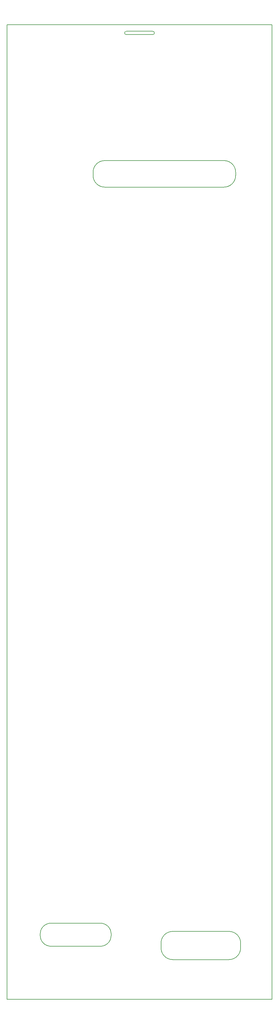
<source format=gbr>
G04 #@! TF.FileFunction,Profile,NP*
%FSLAX46Y46*%
G04 Gerber Fmt 4.6, Leading zero omitted, Abs format (unit mm)*
G04 Created by KiCad (PCBNEW 4.0.7-e2-6376~58~ubuntu16.04.1) date Thu Mar 22 00:19:50 2018*
%MOMM*%
%LPD*%
G01*
G04 APERTURE LIST*
%ADD10C,0.100000*%
%ADD11C,0.150000*%
G04 APERTURE END LIST*
D10*
D11*
X190500000Y-315000000D02*
X190500000Y-316500000D01*
X189000000Y-82500000D02*
X189000000Y-83500000D01*
X189000000Y-82500000D02*
G75*
G03X185500000Y-79000000I-3500000J0D01*
G01*
X185500000Y-87000000D02*
G75*
G03X189000000Y-83500000I0J3500000D01*
G01*
X146000000Y-82500000D02*
X146000000Y-83500000D01*
X149500000Y-79000000D02*
G75*
G03X146000000Y-82500000I0J-3500000D01*
G01*
X146000000Y-83500000D02*
G75*
G03X149500000Y-87000000I3500000J0D01*
G01*
X187000000Y-320000000D02*
X170000000Y-320000000D01*
X170000000Y-311500000D02*
X187000000Y-311500000D01*
X166500000Y-315000000D02*
X166500000Y-316500000D01*
X166500000Y-316500000D02*
G75*
G03X170000000Y-320000000I3500000J0D01*
G01*
X170000000Y-311500000D02*
G75*
G03X166500000Y-315000000I0J-3500000D01*
G01*
X187000000Y-320000000D02*
G75*
G03X190500000Y-316500000I0J3500000D01*
G01*
X190500000Y-315000000D02*
G75*
G03X187000000Y-311500000I-3500000J0D01*
G01*
X148000000Y-316000000D02*
X133500000Y-316000000D01*
X133500000Y-309000000D02*
X148000000Y-309000000D01*
X148000000Y-316000000D02*
G75*
G03X148000000Y-309000000I0J3500000D01*
G01*
X133500000Y-308998572D02*
G75*
G03X133500000Y-315998572I0J-3500000D01*
G01*
X156000000Y-40000000D02*
G75*
G03X156000000Y-41000000I0J-500000D01*
G01*
X164000000Y-41000000D02*
G75*
G03X164000000Y-40000000I0J500000D01*
G01*
X156000000Y-41000000D02*
X164000000Y-41000000D01*
X156000000Y-40000000D02*
X164000000Y-40000000D01*
X149500000Y-87000000D02*
X185500000Y-87000000D01*
X185500000Y-79000000D02*
X149500000Y-79000000D01*
X200000000Y-332000000D02*
X120000000Y-332000000D01*
X120000000Y-38000000D02*
X120000000Y-332000000D01*
X200000000Y-38000000D02*
X200000000Y-332000000D01*
X120000000Y-38000000D02*
X200000000Y-38000000D01*
M02*

</source>
